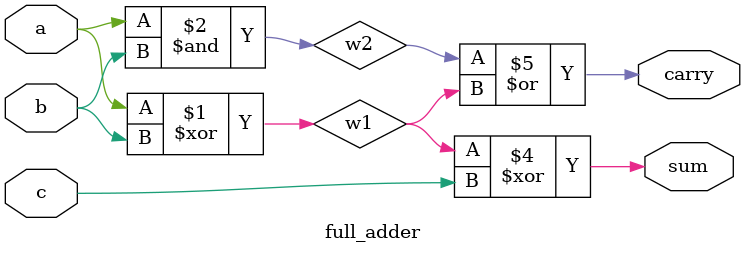
<source format=v>

module full_adder ( input a,b,c,
                   output sum,carry);

  wire w1,w2,w3;
  assign w1 = a ^ b;
  assign w2 = a & b;
  assign w3  = c & w1;

  assign sum = ( w1 ^ c);
  assign carry = (w2 | w1);

endmodule
                  


                   
                   

</source>
